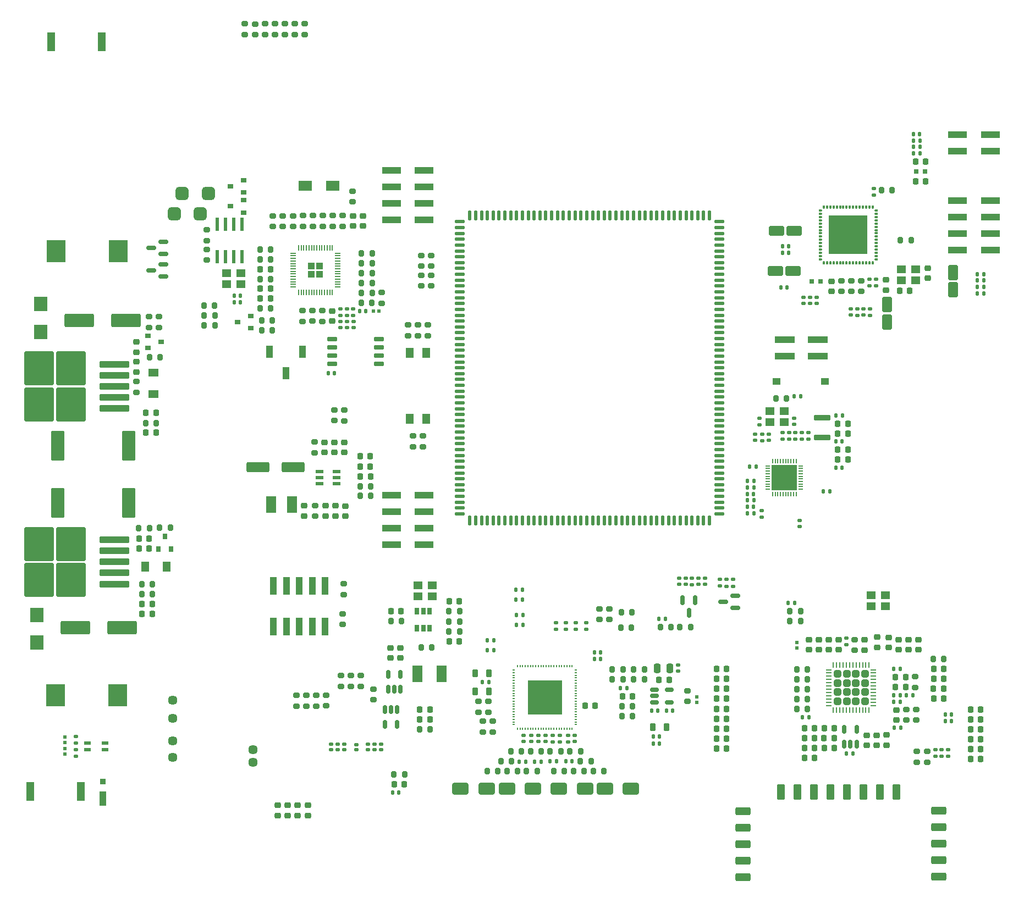
<source format=gtp>
G04 #@! TF.GenerationSoftware,KiCad,Pcbnew,8.0.0-rc1*
G04 #@! TF.CreationDate,2024-01-18T13:04:09+03:00*
G04 #@! TF.ProjectId,MXVR_3566,4d585652-5f33-4353-9636-2e6b69636164,REV1*
G04 #@! TF.SameCoordinates,Original*
G04 #@! TF.FileFunction,Paste,Top*
G04 #@! TF.FilePolarity,Positive*
%FSLAX46Y46*%
G04 Gerber Fmt 4.6, Leading zero omitted, Abs format (unit mm)*
G04 Created by KiCad (PCBNEW 8.0.0-rc1) date 2024-01-18 13:04:09*
%MOMM*%
%LPD*%
G01*
G04 APERTURE LIST*
G04 Aperture macros list*
%AMRoundRect*
0 Rectangle with rounded corners*
0 $1 Rounding radius*
0 $2 $3 $4 $5 $6 $7 $8 $9 X,Y pos of 4 corners*
0 Add a 4 corners polygon primitive as box body*
4,1,4,$2,$3,$4,$5,$6,$7,$8,$9,$2,$3,0*
0 Add four circle primitives for the rounded corners*
1,1,$1+$1,$2,$3*
1,1,$1+$1,$4,$5*
1,1,$1+$1,$6,$7*
1,1,$1+$1,$8,$9*
0 Add four rect primitives between the rounded corners*
20,1,$1+$1,$2,$3,$4,$5,0*
20,1,$1+$1,$4,$5,$6,$7,0*
20,1,$1+$1,$6,$7,$8,$9,0*
20,1,$1+$1,$8,$9,$2,$3,0*%
%AMFreePoly0*
4,1,12,-0.135000,0.225000,0.135000,0.225000,0.135000,-0.090000,0.124724,-0.141662,0.095459,-0.185459,0.051662,-0.214724,0.000000,-0.225000,-0.051662,-0.214724,-0.095459,-0.185459,-0.124724,-0.141662,-0.135000,-0.090000,-0.135000,0.225000,-0.135000,0.225000,$1*%
%AMFreePoly1*
4,1,5,3.000000,-3.000000,-3.000000,-3.000000,-3.000000,3.000000,3.000000,3.000000,3.000000,-3.000000,3.000000,-3.000000,$1*%
G04 Aperture macros list end*
%ADD10RoundRect,0.150000X-0.512500X-0.150000X0.512500X-0.150000X0.512500X0.150000X-0.512500X0.150000X0*%
%ADD11RoundRect,0.150000X-0.150000X0.512500X-0.150000X-0.512500X0.150000X-0.512500X0.150000X0.512500X0*%
%ADD12RoundRect,0.200000X0.200000X0.275000X-0.200000X0.275000X-0.200000X-0.275000X0.200000X-0.275000X0*%
%ADD13RoundRect,0.140000X0.140000X0.170000X-0.140000X0.170000X-0.140000X-0.170000X0.140000X-0.170000X0*%
%ADD14RoundRect,0.135000X-0.135000X-0.185000X0.135000X-0.185000X0.135000X0.185000X-0.135000X0.185000X0*%
%ADD15RoundRect,0.135000X0.185000X-0.135000X0.185000X0.135000X-0.185000X0.135000X-0.185000X-0.135000X0*%
%ADD16RoundRect,0.200000X-0.275000X0.200000X-0.275000X-0.200000X0.275000X-0.200000X0.275000X0.200000X0*%
%ADD17RoundRect,0.200000X0.275000X-0.200000X0.275000X0.200000X-0.275000X0.200000X-0.275000X-0.200000X0*%
%ADD18RoundRect,0.250001X-0.499999X0.924999X-0.499999X-0.924999X0.499999X-0.924999X0.499999X0.924999X0*%
%ADD19RoundRect,0.225000X-0.225000X-0.250000X0.225000X-0.250000X0.225000X0.250000X-0.225000X0.250000X0*%
%ADD20RoundRect,0.135000X0.135000X0.185000X-0.135000X0.185000X-0.135000X-0.185000X0.135000X-0.185000X0*%
%ADD21RoundRect,0.250000X-1.000000X-0.650000X1.000000X-0.650000X1.000000X0.650000X-1.000000X0.650000X0*%
%ADD22R,1.150000X1.650000*%
%ADD23RoundRect,0.140000X-0.170000X0.140000X-0.170000X-0.140000X0.170000X-0.140000X0.170000X0.140000X0*%
%ADD24RoundRect,0.250000X0.315000X-0.315000X0.315000X0.315000X-0.315000X0.315000X-0.315000X-0.315000X0*%
%ADD25RoundRect,0.062500X0.062500X-0.375000X0.062500X0.375000X-0.062500X0.375000X-0.062500X-0.375000X0*%
%ADD26RoundRect,0.062500X0.375000X-0.062500X0.375000X0.062500X-0.375000X0.062500X-0.375000X-0.062500X0*%
%ADD27R,1.300000X3.000000*%
%ADD28R,0.650000X0.700000*%
%ADD29RoundRect,0.200000X-0.200000X-0.275000X0.200000X-0.275000X0.200000X0.275000X-0.200000X0.275000X0*%
%ADD30RoundRect,0.250000X1.000000X0.650000X-1.000000X0.650000X-1.000000X-0.650000X1.000000X-0.650000X0*%
%ADD31RoundRect,0.218750X0.218750X0.256250X-0.218750X0.256250X-0.218750X-0.256250X0.218750X-0.256250X0*%
%ADD32RoundRect,0.225000X0.225000X0.250000X-0.225000X0.250000X-0.225000X-0.250000X0.225000X-0.250000X0*%
%ADD33R,1.400000X1.200000*%
%ADD34RoundRect,0.225000X-0.250000X0.225000X-0.250000X-0.225000X0.250000X-0.225000X0.250000X0.225000X0*%
%ADD35RoundRect,0.147500X-0.147500X-0.172500X0.147500X-0.172500X0.147500X0.172500X-0.147500X0.172500X0*%
%ADD36R,0.650000X1.125000*%
%ADD37RoundRect,0.140000X0.170000X-0.140000X0.170000X0.140000X-0.170000X0.140000X-0.170000X-0.140000X0*%
%ADD38RoundRect,0.225000X0.250000X-0.225000X0.250000X0.225000X-0.250000X0.225000X-0.250000X-0.225000X0*%
%ADD39R,0.900000X0.800000*%
%ADD40RoundRect,0.140000X-0.140000X-0.170000X0.140000X-0.170000X0.140000X0.170000X-0.140000X0.170000X0*%
%ADD41R,0.800000X0.900000*%
%ADD42RoundRect,0.135000X-0.185000X0.135000X-0.185000X-0.135000X0.185000X-0.135000X0.185000X0.135000X0*%
%ADD43R,0.700000X0.200000*%
%ADD44R,0.200000X0.700000*%
%ADD45R,3.950000X3.950000*%
%ADD46RoundRect,0.150000X0.587500X0.150000X-0.587500X0.150000X-0.587500X-0.150000X0.587500X-0.150000X0*%
%ADD47R,0.550000X0.600000*%
%ADD48RoundRect,0.125000X0.175000X-0.125000X0.175000X0.125000X-0.175000X0.125000X-0.175000X-0.125000X0*%
%ADD49R,0.600000X0.550000*%
%ADD50RoundRect,0.218750X-0.256250X0.218750X-0.256250X-0.218750X0.256250X-0.218750X0.256250X0.218750X0*%
%ADD51RoundRect,0.250000X-0.292217X0.292217X-0.292217X-0.292217X0.292217X-0.292217X0.292217X0.292217X0*%
%ADD52RoundRect,0.050000X-0.050000X0.387500X-0.050000X-0.387500X0.050000X-0.387500X0.050000X0.387500X0*%
%ADD53RoundRect,0.050000X-0.387500X0.050000X-0.387500X-0.050000X0.387500X-0.050000X0.387500X0.050000X0*%
%ADD54RoundRect,0.500000X-0.500000X-0.500000X0.500000X-0.500000X0.500000X0.500000X-0.500000X0.500000X0*%
%ADD55RoundRect,0.500000X0.500000X0.500000X-0.500000X0.500000X-0.500000X-0.500000X0.500000X-0.500000X0*%
%ADD56RoundRect,0.150000X0.150000X-0.512500X0.150000X0.512500X-0.150000X0.512500X-0.150000X-0.512500X0*%
%ADD57R,1.120000X2.170000*%
%ADD58R,0.850000X0.850000*%
%ADD59FreePoly0,0.000000*%
%ADD60FreePoly0,90.000000*%
%ADD61FreePoly0,180.000000*%
%ADD62FreePoly0,270.000000*%
%ADD63FreePoly1,0.000000*%
%ADD64R,3.000000X1.000000*%
%ADD65RoundRect,0.150000X-0.150000X0.587500X-0.150000X-0.587500X0.150000X-0.587500X0.150000X0.587500X0*%
%ADD66RoundRect,0.147500X0.147500X0.172500X-0.147500X0.172500X-0.147500X-0.172500X0.147500X-0.172500X0*%
%ADD67RoundRect,0.250001X0.799999X-2.049999X0.799999X2.049999X-0.799999X2.049999X-0.799999X-2.049999X0*%
%ADD68R,1.000000X2.750000*%
%ADD69RoundRect,0.250001X-1.999999X-0.799999X1.999999X-0.799999X1.999999X0.799999X-1.999999X0.799999X0*%
%ADD70RoundRect,0.041300X-0.253700X0.943700X-0.253700X-0.943700X0.253700X-0.943700X0.253700X0.943700X0*%
%ADD71R,0.180000X0.400000*%
%ADD72R,0.400000X0.180000*%
%ADD73R,5.300000X5.300000*%
%ADD74RoundRect,0.250001X-0.799999X2.049999X-0.799999X-2.049999X0.799999X-2.049999X0.799999X2.049999X0*%
%ADD75RoundRect,0.250001X0.924999X0.499999X-0.924999X0.499999X-0.924999X-0.499999X0.924999X-0.499999X0*%
%ADD76R,1.250000X1.500000*%
%ADD77RoundRect,0.218750X0.256250X-0.218750X0.256250X0.218750X-0.256250X0.218750X-0.256250X-0.218750X0*%
%ADD78RoundRect,0.250000X-1.500000X-0.550000X1.500000X-0.550000X1.500000X0.550000X-1.500000X0.550000X0*%
%ADD79RoundRect,0.250000X2.050000X0.300000X-2.050000X0.300000X-2.050000X-0.300000X2.050000X-0.300000X0*%
%ADD80RoundRect,0.250000X2.025000X2.375000X-2.025000X2.375000X-2.025000X-2.375000X2.025000X-2.375000X0*%
%ADD81RoundRect,0.180000X1.070000X-0.270000X1.070000X0.270000X-1.070000X0.270000X-1.070000X-0.270000X0*%
%ADD82RoundRect,0.218750X0.218750X0.381250X-0.218750X0.381250X-0.218750X-0.381250X0.218750X-0.381250X0*%
%ADD83R,1.050000X0.600000*%
%ADD84R,1.500000X2.500000*%
%ADD85R,3.000000X3.500000*%
%ADD86RoundRect,0.312500X0.887500X0.312500X-0.887500X0.312500X-0.887500X-0.312500X0.887500X-0.312500X0*%
%ADD87RoundRect,0.312500X-0.312500X0.887500X-0.312500X-0.887500X0.312500X-0.887500X0.312500X0.887500X0*%
%ADD88RoundRect,0.218750X-0.218750X-0.381250X0.218750X-0.381250X0.218750X0.381250X-0.218750X0.381250X0*%
%ADD89RoundRect,0.150000X0.650000X0.150000X-0.650000X0.150000X-0.650000X-0.150000X0.650000X-0.150000X0*%
%ADD90RoundRect,0.125000X-0.625000X-0.125000X0.625000X-0.125000X0.625000X0.125000X-0.625000X0.125000X0*%
%ADD91RoundRect,0.125000X0.125000X-0.625000X0.125000X0.625000X-0.125000X0.625000X-0.125000X-0.625000X0*%
%ADD92RoundRect,0.125000X0.625000X0.125000X-0.625000X0.125000X-0.625000X-0.125000X0.625000X-0.125000X0*%
%ADD93RoundRect,0.125000X-0.125000X0.625000X-0.125000X-0.625000X0.125000X-0.625000X0.125000X0.625000X0*%
%ADD94R,1.000000X1.900000*%
%ADD95R,1.200000X1.000000*%
%ADD96RoundRect,0.250000X0.250000X0.475000X-0.250000X0.475000X-0.250000X-0.475000X0.250000X-0.475000X0*%
%ADD97R,3.150000X1.000000*%
%ADD98R,1.200000X0.600000*%
%ADD99RoundRect,0.500000X-0.200000X-0.150000X0.200000X-0.150000X0.200000X0.150000X-0.200000X0.150000X0*%
%ADD100R,2.050000X2.250000*%
%ADD101R,2.120000X1.500000*%
%ADD102R,1.650000X1.150000*%
G04 APERTURE END LIST*
D10*
X147032500Y-137630000D03*
X147032500Y-138580000D03*
X147032500Y-139530000D03*
X149307500Y-139530000D03*
X149307500Y-137630000D03*
D11*
X107410000Y-140692500D03*
X106460000Y-140692500D03*
X105510000Y-140692500D03*
X105510000Y-142967500D03*
X107410000Y-142967500D03*
D12*
X112475000Y-143700000D03*
X110825000Y-143700000D03*
X103535000Y-76515000D03*
X101885000Y-76515000D03*
D13*
X83260000Y-77900000D03*
X82300000Y-77900000D03*
D14*
X169760000Y-141890000D03*
X170780000Y-141890000D03*
D15*
X170730000Y-98980000D03*
X170730000Y-97960000D03*
D13*
X83260000Y-76910000D03*
X82300000Y-76910000D03*
D16*
X93400000Y-138475000D03*
X93400000Y-140125000D03*
D17*
X89810000Y-66250000D03*
X89810000Y-64600000D03*
D14*
X147660000Y-126730000D03*
X148680000Y-126730000D03*
D18*
X182815000Y-78295000D03*
X182815000Y-80945000D03*
D13*
X138750000Y-132890000D03*
X137790000Y-132890000D03*
D19*
X156580000Y-142100000D03*
X158130000Y-142100000D03*
D20*
X184855000Y-138475000D03*
X183835000Y-138475000D03*
D16*
X98770000Y-135455000D03*
X98770000Y-137105000D03*
D17*
X91345000Y-66250000D03*
X91345000Y-64600000D03*
D16*
X97730000Y-94517500D03*
X97730000Y-96167500D03*
D12*
X72485000Y-112620000D03*
X70835000Y-112620000D03*
D19*
X68130000Y-124420000D03*
X69680000Y-124420000D03*
D21*
X132302500Y-152840000D03*
X136302500Y-152840000D03*
D12*
X142165000Y-134500000D03*
X140515000Y-134500000D03*
D17*
X99020000Y-127585000D03*
X99020000Y-125935000D03*
D22*
X68617500Y-118625000D03*
X71917500Y-118625000D03*
D23*
X169340000Y-111550000D03*
X169340000Y-112510000D03*
D16*
X112670000Y-70705000D03*
X112670000Y-72355000D03*
D24*
X175210000Y-139385000D03*
X176610000Y-139385000D03*
X178010000Y-139385000D03*
X179410000Y-139385000D03*
X175210000Y-137985000D03*
X176610000Y-137985000D03*
X178010000Y-137985000D03*
X179410000Y-137985000D03*
X175210000Y-136585000D03*
X176610000Y-136585000D03*
X178010000Y-136585000D03*
X179410000Y-136585000D03*
X175210000Y-135185000D03*
X176610000Y-135185000D03*
X178010000Y-135185000D03*
X179410000Y-135185000D03*
D25*
X174560000Y-140722500D03*
X175060000Y-140722500D03*
X175560000Y-140722500D03*
X176060000Y-140722500D03*
X176560000Y-140722500D03*
X177060000Y-140722500D03*
X177560000Y-140722500D03*
X178060000Y-140722500D03*
X178560000Y-140722500D03*
X179060000Y-140722500D03*
X179560000Y-140722500D03*
X180060000Y-140722500D03*
D26*
X180747500Y-140035000D03*
X180747500Y-139535000D03*
X180747500Y-139035000D03*
X180747500Y-138535000D03*
X180747500Y-138035000D03*
X180747500Y-137535000D03*
X180747500Y-137035000D03*
X180747500Y-136535000D03*
X180747500Y-136035000D03*
X180747500Y-135535000D03*
X180747500Y-135035000D03*
X180747500Y-134535000D03*
D25*
X180060000Y-133847500D03*
X179560000Y-133847500D03*
X179060000Y-133847500D03*
X178560000Y-133847500D03*
X178060000Y-133847500D03*
X177560000Y-133847500D03*
X177060000Y-133847500D03*
X176560000Y-133847500D03*
X176060000Y-133847500D03*
X175560000Y-133847500D03*
X175060000Y-133847500D03*
X174560000Y-133847500D03*
D26*
X173872500Y-134535000D03*
X173872500Y-135035000D03*
X173872500Y-135535000D03*
X173872500Y-136035000D03*
X173872500Y-136535000D03*
X173872500Y-137035000D03*
X173872500Y-137535000D03*
X173872500Y-138035000D03*
X173872500Y-138535000D03*
X173872500Y-139035000D03*
X173872500Y-139535000D03*
X173872500Y-140035000D03*
D19*
X68130000Y-125950000D03*
X69680000Y-125950000D03*
D27*
X50880000Y-153275000D03*
X58680000Y-153275000D03*
D28*
X171245000Y-74730000D03*
X172595000Y-74730000D03*
D29*
X111105000Y-131060000D03*
X112755000Y-131060000D03*
D30*
X128300000Y-152830000D03*
X124300000Y-152830000D03*
D15*
X57910000Y-147880000D03*
X57910000Y-146860000D03*
D14*
X161330000Y-106440000D03*
X162350000Y-106440000D03*
D17*
X88570000Y-36675000D03*
X88570000Y-35025000D03*
D23*
X128020000Y-144650000D03*
X128020000Y-145610000D03*
D17*
X91610000Y-36685000D03*
X91610000Y-35035000D03*
D31*
X137887500Y-140100000D03*
X136312500Y-140100000D03*
D32*
X87885000Y-77370000D03*
X86335000Y-77370000D03*
D18*
X192940000Y-73360000D03*
X192940000Y-76010000D03*
D19*
X156575000Y-135945000D03*
X158125000Y-135945000D03*
D23*
X190240000Y-146880000D03*
X190240000Y-147840000D03*
D33*
X166960000Y-94650000D03*
X164760000Y-94650000D03*
X164760000Y-96350000D03*
X166960000Y-96350000D03*
D12*
X133160000Y-150160000D03*
X131510000Y-150160000D03*
D15*
X169730000Y-98990000D03*
X169730000Y-97970000D03*
D14*
X121265000Y-129980000D03*
X122285000Y-129980000D03*
D34*
X189050000Y-72680000D03*
X189050000Y-74230000D03*
D29*
X101885000Y-70415000D03*
X103535000Y-70415000D03*
D20*
X197700000Y-76610000D03*
X196680000Y-76610000D03*
D12*
X137245000Y-148640000D03*
X135595000Y-148640000D03*
D17*
X112130000Y-83060000D03*
X112130000Y-81410000D03*
D35*
X133352500Y-148650000D03*
X134322500Y-148650000D03*
D32*
X70280000Y-94985000D03*
X68730000Y-94985000D03*
D36*
X112370000Y-125490000D03*
X111420000Y-125490000D03*
X110470000Y-125490000D03*
X110470000Y-128114000D03*
X111420000Y-128114000D03*
X112370000Y-128114000D03*
D14*
X125790000Y-126080000D03*
X126810000Y-126080000D03*
D37*
X162540000Y-99190000D03*
X162540000Y-98230000D03*
D32*
X171657500Y-146595000D03*
X170107500Y-146595000D03*
D13*
X162290000Y-107440000D03*
X161330000Y-107440000D03*
D23*
X134770000Y-144650000D03*
X134770000Y-145610000D03*
D38*
X179387500Y-131480000D03*
X179387500Y-129930000D03*
D39*
X83750000Y-64090000D03*
X83750000Y-62190000D03*
X81750000Y-63140000D03*
D12*
X117015000Y-128630000D03*
X115365000Y-128630000D03*
D40*
X146820000Y-144850000D03*
X147780000Y-144850000D03*
D29*
X134520000Y-150160000D03*
X136170000Y-150160000D03*
D19*
X106465000Y-125480000D03*
X108015000Y-125480000D03*
D41*
X70680000Y-115970000D03*
X72580000Y-115970000D03*
X71630000Y-113970000D03*
D12*
X103535000Y-71910000D03*
X101885000Y-71910000D03*
D19*
X101722500Y-103208750D03*
X103272500Y-103208750D03*
D32*
X171662500Y-143545000D03*
X170112500Y-143545000D03*
D40*
X174960000Y-103420000D03*
X175920000Y-103420000D03*
D19*
X173132500Y-146595000D03*
X174682500Y-146595000D03*
X67650000Y-115850000D03*
X69200000Y-115850000D03*
D13*
X167670000Y-70280000D03*
X166710000Y-70280000D03*
D17*
X112660000Y-75430000D03*
X112660000Y-73780000D03*
D12*
X103535000Y-74965000D03*
X101885000Y-74965000D03*
D16*
X109820000Y-98535000D03*
X109820000Y-100185000D03*
D42*
X176595000Y-129640000D03*
X176595000Y-130660000D03*
D38*
X173815000Y-131470000D03*
X173815000Y-129920000D03*
D16*
X95890000Y-79210000D03*
X95890000Y-80860000D03*
D19*
X156585000Y-145150000D03*
X158135000Y-145150000D03*
X190025000Y-138990000D03*
X191575000Y-138990000D03*
D17*
X95975000Y-66225000D03*
X95975000Y-64575000D03*
D43*
X164460000Y-103130000D03*
X164460000Y-103530000D03*
X164460000Y-103930000D03*
X164460000Y-104330000D03*
X164460000Y-104730000D03*
X164460000Y-105130000D03*
X164460000Y-105530000D03*
X164460000Y-105930000D03*
X164460000Y-106330000D03*
X164460000Y-106730000D03*
D44*
X165210000Y-107480000D03*
X165610000Y-107480000D03*
X166010000Y-107480000D03*
X166410000Y-107480000D03*
X166810000Y-107480000D03*
X167210000Y-107480000D03*
X167610000Y-107480000D03*
X168010000Y-107480000D03*
X168410000Y-107480000D03*
X168810000Y-107480000D03*
D43*
X169560000Y-106730000D03*
X169560000Y-106330000D03*
X169560000Y-105930000D03*
X169560000Y-105530000D03*
X169560000Y-105130000D03*
X169560000Y-104730000D03*
X169560000Y-104330000D03*
X169560000Y-103930000D03*
X169560000Y-103530000D03*
X169560000Y-103130000D03*
D44*
X168810000Y-102380000D03*
X168410000Y-102380000D03*
X168010000Y-102380000D03*
X167610000Y-102380000D03*
X167210000Y-102380000D03*
X166810000Y-102380000D03*
X166410000Y-102380000D03*
X166010000Y-102380000D03*
X165610000Y-102380000D03*
X165210000Y-102380000D03*
D45*
X167010000Y-104930000D03*
D19*
X156570000Y-137485000D03*
X158120000Y-137485000D03*
D29*
X167850000Y-127065000D03*
X169500000Y-127065000D03*
D40*
X186890000Y-52010000D03*
X187850000Y-52010000D03*
D16*
X100300000Y-135455000D03*
X100300000Y-137105000D03*
D34*
X100575000Y-64640000D03*
X100575000Y-66190000D03*
D29*
X106415000Y-127000000D03*
X108065000Y-127000000D03*
D23*
X181120000Y-74400000D03*
X181120000Y-75360000D03*
D13*
X167670000Y-69300000D03*
X166710000Y-69300000D03*
D12*
X79335000Y-79990000D03*
X77685000Y-79990000D03*
D46*
X71405000Y-73975000D03*
X71405000Y-72075000D03*
X69530000Y-73025000D03*
D17*
X85520000Y-36695000D03*
X85520000Y-35045000D03*
D16*
X120580000Y-142455000D03*
X120580000Y-144105000D03*
D13*
X121490000Y-136470000D03*
X120530000Y-136470000D03*
D16*
X70720000Y-80145000D03*
X70720000Y-81795000D03*
D13*
X162260000Y-109420000D03*
X161300000Y-109420000D03*
D23*
X180140000Y-74400000D03*
X180140000Y-75360000D03*
D47*
X104567500Y-79300000D03*
X103717500Y-79300000D03*
D23*
X178230000Y-78960000D03*
X178230000Y-79920000D03*
D17*
X67240000Y-91795000D03*
X67240000Y-90145000D03*
D48*
X101100000Y-146860000D03*
X101100000Y-146060000D03*
D23*
X98695000Y-80860000D03*
X98695000Y-81820000D03*
D49*
X168952500Y-130325000D03*
X168952500Y-131175000D03*
D14*
X121265000Y-131510000D03*
X122285000Y-131510000D03*
D38*
X106397500Y-132740000D03*
X106397500Y-131190000D03*
X67230000Y-88660000D03*
X67230000Y-87110000D03*
D17*
X122100000Y-144105000D03*
X122100000Y-142455000D03*
D15*
X157110000Y-121650000D03*
X157110000Y-120630000D03*
D19*
X101735000Y-104738750D03*
X103285000Y-104738750D03*
D16*
X177867500Y-129885000D03*
X177867500Y-131535000D03*
D15*
X159120000Y-121660000D03*
X159120000Y-120640000D03*
D50*
X182720000Y-144592500D03*
X182720000Y-146167500D03*
D49*
X56270000Y-144882500D03*
X56270000Y-145732500D03*
D16*
X110590000Y-81410000D03*
X110590000Y-83060000D03*
D23*
X169970000Y-77150000D03*
X169970000Y-78110000D03*
D29*
X86525000Y-82240000D03*
X88175000Y-82240000D03*
D51*
X95457500Y-72322500D03*
X94182500Y-72322500D03*
X95457500Y-73597500D03*
X94182500Y-73597500D03*
D52*
X97420000Y-69522500D03*
X97020000Y-69522500D03*
X96620000Y-69522500D03*
X96220000Y-69522500D03*
X95820000Y-69522500D03*
X95420000Y-69522500D03*
X95020000Y-69522500D03*
X94620000Y-69522500D03*
X94220000Y-69522500D03*
X93820000Y-69522500D03*
X93420000Y-69522500D03*
X93020000Y-69522500D03*
X92620000Y-69522500D03*
X92220000Y-69522500D03*
D53*
X91382500Y-70360000D03*
X91382500Y-70760000D03*
X91382500Y-71160000D03*
X91382500Y-71560000D03*
X91382500Y-71960000D03*
X91382500Y-72360000D03*
X91382500Y-72760000D03*
X91382500Y-73160000D03*
X91382500Y-73560000D03*
X91382500Y-73960000D03*
X91382500Y-74360000D03*
X91382500Y-74760000D03*
X91382500Y-75160000D03*
X91382500Y-75560000D03*
D52*
X92220000Y-76397500D03*
X92620000Y-76397500D03*
X93020000Y-76397500D03*
X93420000Y-76397500D03*
X93820000Y-76397500D03*
X94220000Y-76397500D03*
X94620000Y-76397500D03*
X95020000Y-76397500D03*
X95420000Y-76397500D03*
X95820000Y-76397500D03*
X96220000Y-76397500D03*
X96620000Y-76397500D03*
X97020000Y-76397500D03*
X97420000Y-76397500D03*
D53*
X98257500Y-75560000D03*
X98257500Y-75160000D03*
X98257500Y-74760000D03*
X98257500Y-74360000D03*
X98257500Y-73960000D03*
X98257500Y-73560000D03*
X98257500Y-73160000D03*
X98257500Y-72760000D03*
X98257500Y-72360000D03*
X98257500Y-71960000D03*
X98257500Y-71560000D03*
X98257500Y-71160000D03*
X98257500Y-70760000D03*
X98257500Y-70360000D03*
D16*
X78060000Y-69795000D03*
X78060000Y-71445000D03*
D37*
X150620000Y-134740000D03*
X150620000Y-133780000D03*
D19*
X195660000Y-142170000D03*
X197210000Y-142170000D03*
X156575000Y-146660000D03*
X158125000Y-146660000D03*
D15*
X152800000Y-121420000D03*
X152800000Y-120400000D03*
D40*
X146560000Y-140800000D03*
X147520000Y-140800000D03*
D54*
X77084290Y-64290000D03*
D55*
X73084290Y-64290000D03*
D56*
X106030000Y-137507500D03*
X106980000Y-137507500D03*
X107930000Y-137507500D03*
X107930000Y-135232500D03*
X106030000Y-135232500D03*
D20*
X197690000Y-73580000D03*
X196670000Y-73580000D03*
D12*
X87935000Y-78900000D03*
X86285000Y-78900000D03*
D57*
X62080000Y-154400000D03*
D58*
X62080000Y-151720000D03*
D38*
X181330000Y-131075000D03*
X181330000Y-129525000D03*
D50*
X182670000Y-74492500D03*
X182670000Y-76067500D03*
D37*
X153810000Y-121380000D03*
X153810000Y-120420000D03*
D29*
X101865000Y-78035000D03*
X103515000Y-78035000D03*
X189925000Y-132860000D03*
X191575000Y-132860000D03*
D17*
X90090000Y-36685000D03*
X90090000Y-35035000D03*
D37*
X164600000Y-99210000D03*
X164600000Y-98250000D03*
D12*
X87935000Y-74340000D03*
X86285000Y-74340000D03*
D23*
X130240000Y-144650000D03*
X130240000Y-145610000D03*
D48*
X102890000Y-146820000D03*
X102890000Y-146020000D03*
D59*
X180590000Y-63300000D03*
X180090000Y-63300000D03*
X179590000Y-63300000D03*
X179090000Y-63300000D03*
X178590000Y-63300000D03*
X178090000Y-63300000D03*
X177590000Y-63300000D03*
X177090000Y-63300000D03*
X176590000Y-63300000D03*
X176090000Y-63300000D03*
X175590000Y-63300000D03*
X175090000Y-63300000D03*
X174590000Y-63300000D03*
X174090000Y-63300000D03*
X173590000Y-63300000D03*
X173090000Y-63300000D03*
D60*
X172590000Y-63800000D03*
X172590000Y-64300000D03*
X172590000Y-64800000D03*
X172590000Y-65300000D03*
X172590000Y-65800000D03*
X172590000Y-66300000D03*
X172590000Y-66800000D03*
X172590000Y-67300000D03*
X172590000Y-67800000D03*
X172590000Y-68300000D03*
X172590000Y-68800000D03*
X172590000Y-69300000D03*
X172590000Y-69800000D03*
X172590000Y-70300000D03*
X172590000Y-70800000D03*
X172590000Y-71300000D03*
D61*
X173090000Y-71800000D03*
X173590000Y-71800000D03*
X174090000Y-71800000D03*
X174590000Y-71800000D03*
X175090000Y-71800000D03*
X175590000Y-71800000D03*
X176090000Y-71800000D03*
X176590000Y-71800000D03*
X177090000Y-71800000D03*
X177590000Y-71800000D03*
X178090000Y-71800000D03*
X178590000Y-71800000D03*
X179090000Y-71800000D03*
X179590000Y-71800000D03*
X180090000Y-71800000D03*
X180590000Y-71800000D03*
D62*
X181090000Y-71300000D03*
X181090000Y-70800000D03*
X181090000Y-70300000D03*
X181090000Y-69800000D03*
X181090000Y-69300000D03*
X181090000Y-68800000D03*
X181090000Y-68300000D03*
X181090000Y-67800000D03*
X181090000Y-67300000D03*
X181090000Y-66800000D03*
X181090000Y-66300000D03*
X181090000Y-65800000D03*
X181090000Y-65300000D03*
X181090000Y-64800000D03*
X181090000Y-64300000D03*
X181090000Y-63800000D03*
D63*
X176840000Y-67550000D03*
D31*
X149287500Y-136080000D03*
X147712500Y-136080000D03*
D64*
X106520000Y-107620000D03*
X111560000Y-107620000D03*
X106520000Y-110160000D03*
X111560000Y-110160000D03*
X106520000Y-112700000D03*
X111560000Y-112700000D03*
X106520000Y-115240000D03*
X111560000Y-115240000D03*
D38*
X93640000Y-156965000D03*
X93640000Y-155415000D03*
D16*
X152100000Y-137765000D03*
X152100000Y-139415000D03*
D14*
X161280000Y-108430000D03*
X162300000Y-108430000D03*
D17*
X111350000Y-100185000D03*
X111350000Y-98535000D03*
D42*
X57920000Y-144780000D03*
X57920000Y-145800000D03*
D38*
X183100000Y-131125000D03*
X183100000Y-129575000D03*
D33*
X112770000Y-121550000D03*
X110570000Y-121550000D03*
X110570000Y-123250000D03*
X112770000Y-123250000D03*
D35*
X128590000Y-148670000D03*
X129560000Y-148670000D03*
D29*
X167850000Y-125505000D03*
X169500000Y-125505000D03*
D16*
X121420000Y-139430000D03*
X121420000Y-141080000D03*
D65*
X153260000Y-123850000D03*
X151360000Y-123850000D03*
X152310000Y-125725000D03*
D34*
X174240000Y-74670000D03*
X174240000Y-76220000D03*
D16*
X92820000Y-79200000D03*
X92820000Y-80850000D03*
D34*
X97880000Y-109273750D03*
X97880000Y-110823750D03*
D19*
X156575000Y-143630000D03*
X158125000Y-143630000D03*
D12*
X145450000Y-134500000D03*
X143800000Y-134500000D03*
D37*
X163220000Y-96780000D03*
X163220000Y-95820000D03*
D66*
X127160000Y-148670000D03*
X126190000Y-148670000D03*
D67*
X66060000Y-108800000D03*
X66060000Y-100000000D03*
D32*
X143610000Y-138610000D03*
X142060000Y-138610000D03*
D19*
X173127500Y-145055000D03*
X174677500Y-145055000D03*
D23*
X180770000Y-60440000D03*
X180770000Y-61400000D03*
D38*
X99245000Y-101055000D03*
X99245000Y-99505000D03*
D16*
X109050000Y-81410000D03*
X109050000Y-83060000D03*
D68*
X88330000Y-121605000D03*
X88330000Y-127855000D03*
X90330000Y-121605000D03*
X90330000Y-127855000D03*
X92330000Y-121605000D03*
X92330000Y-127855000D03*
X94330000Y-121605000D03*
X94330000Y-127855000D03*
X96330000Y-121605000D03*
X96330000Y-127855000D03*
D69*
X58420000Y-80745000D03*
X65620000Y-80745000D03*
D40*
X174960000Y-99380000D03*
X175920000Y-99380000D03*
D19*
X190010000Y-135920000D03*
X191560000Y-135920000D03*
D17*
X94792500Y-110878750D03*
X94792500Y-109228750D03*
D38*
X175330000Y-131470000D03*
X175330000Y-129920000D03*
D34*
X184230000Y-140715000D03*
X184230000Y-142265000D03*
D19*
X101725000Y-101653750D03*
X103275000Y-101653750D03*
D17*
X175780000Y-76265000D03*
X175780000Y-74615000D03*
D23*
X179210000Y-78950000D03*
X179210000Y-79910000D03*
D29*
X127310000Y-150190000D03*
X128960000Y-150190000D03*
D19*
X106975000Y-152210000D03*
X108525000Y-152210000D03*
D49*
X153520000Y-139600000D03*
X153520000Y-138750000D03*
D69*
X57820000Y-128050000D03*
X65020000Y-128050000D03*
D70*
X83520000Y-65930000D03*
X82250000Y-65930000D03*
X80980000Y-65930000D03*
X79710000Y-65930000D03*
X79710000Y-70880000D03*
X80980000Y-70880000D03*
X82250000Y-70880000D03*
X83520000Y-70880000D03*
D12*
X129575000Y-147120000D03*
X127925000Y-147120000D03*
D21*
X117150000Y-152830000D03*
X121150000Y-152830000D03*
D38*
X179680000Y-146165000D03*
X179680000Y-144615000D03*
D48*
X103920000Y-146820000D03*
X103920000Y-146020000D03*
D16*
X138500000Y-125165000D03*
X138500000Y-126815000D03*
D17*
X94445000Y-66242500D03*
X94445000Y-64592500D03*
D48*
X98250000Y-146830000D03*
X98250000Y-146030000D03*
D23*
X180210000Y-78960000D03*
X180210000Y-79920000D03*
D29*
X67605000Y-112720000D03*
X69255000Y-112720000D03*
D14*
X196670000Y-75590000D03*
X197690000Y-75590000D03*
D29*
X184865000Y-68350000D03*
X186515000Y-68350000D03*
D19*
X110875000Y-140650000D03*
X112425000Y-140650000D03*
D23*
X171950000Y-77140000D03*
X171950000Y-78100000D03*
D71*
X125930000Y-143590000D03*
X126330000Y-143590000D03*
X126730000Y-143590000D03*
X127130000Y-143590000D03*
X127530000Y-143590000D03*
X127930000Y-143590000D03*
X128330000Y-143590000D03*
X128730000Y-143590000D03*
X129130000Y-143590000D03*
X129530000Y-143590000D03*
X129930000Y-143590000D03*
X130330000Y-143590000D03*
X130730000Y-143590000D03*
X131130000Y-143590000D03*
X131530000Y-143590000D03*
X131930000Y-143590000D03*
X132330000Y-143590000D03*
X132730000Y-143590000D03*
X133130000Y-143590000D03*
X133530000Y-143590000D03*
X133930000Y-143590000D03*
X134330000Y-143590000D03*
D72*
X134930000Y-142990000D03*
X134930000Y-142590000D03*
X134930000Y-142190000D03*
X134930000Y-141790000D03*
X134930000Y-141390000D03*
X134930000Y-140990000D03*
X134930000Y-140590000D03*
X134930000Y-140190000D03*
X134930000Y-139790000D03*
X134930000Y-139390000D03*
X134930000Y-138990000D03*
X134930000Y-138590000D03*
X134930000Y-138190000D03*
X134930000Y-137790000D03*
X134930000Y-137390000D03*
X134930000Y-136990000D03*
X134930000Y-136590000D03*
X134930000Y-136190000D03*
X134930000Y-135790000D03*
X134930000Y-135390000D03*
X134930000Y-134990000D03*
X134930000Y-134590000D03*
D71*
X134330000Y-133990000D03*
X133930000Y-133990000D03*
X133530000Y-133990000D03*
X133130000Y-133990000D03*
X132730000Y-133990000D03*
X132330000Y-133990000D03*
X131930000Y-133990000D03*
X131530000Y-133990000D03*
X131130000Y-133990000D03*
X130730000Y-133990000D03*
X130330000Y-133990000D03*
X129930000Y-133990000D03*
X129530000Y-133990000D03*
X129130000Y-133990000D03*
X128730000Y-133990000D03*
X128330000Y-133990000D03*
X127930000Y-133990000D03*
X127530000Y-133990000D03*
X127130000Y-133990000D03*
X126730000Y-133990000D03*
X126330000Y-133990000D03*
X125930000Y-133990000D03*
D72*
X125330000Y-134590000D03*
X125330000Y-134990000D03*
X125330000Y-135390000D03*
X125330000Y-135790000D03*
X125330000Y-136190000D03*
X125330000Y-136590000D03*
X125330000Y-136990000D03*
X125330000Y-137390000D03*
X125330000Y-137790000D03*
X125330000Y-138190000D03*
X125330000Y-138590000D03*
X125330000Y-138990000D03*
X125330000Y-139390000D03*
X125330000Y-139790000D03*
X125330000Y-140190000D03*
X125330000Y-140590000D03*
X125330000Y-140990000D03*
X125330000Y-141390000D03*
X125330000Y-141790000D03*
X125330000Y-142190000D03*
X125330000Y-142590000D03*
X125330000Y-142990000D03*
D73*
X130130000Y-138790000D03*
D38*
X186155000Y-131435000D03*
X186155000Y-129885000D03*
D28*
X188655000Y-57760000D03*
X187305000Y-57760000D03*
D12*
X142175000Y-136030000D03*
X140525000Y-136030000D03*
D74*
X55110000Y-100000000D03*
X55110000Y-108800000D03*
D37*
X98690000Y-79945000D03*
X98690000Y-78985000D03*
D13*
X167420000Y-75620000D03*
X166460000Y-75620000D03*
D40*
X191780000Y-142450000D03*
X192740000Y-142450000D03*
D38*
X187675000Y-131440000D03*
X187675000Y-129890000D03*
D75*
X168495000Y-66880000D03*
X165845000Y-66880000D03*
D42*
X131860000Y-127280000D03*
X131860000Y-128300000D03*
D13*
X162310000Y-105440000D03*
X161350000Y-105440000D03*
D76*
X109370000Y-95865000D03*
X111910000Y-95865000D03*
X111910000Y-85705000D03*
X109370000Y-85705000D03*
D33*
X180390000Y-124790000D03*
X182590000Y-124790000D03*
X182590000Y-123090000D03*
X180390000Y-123090000D03*
D42*
X166700000Y-97977500D03*
X166700000Y-98997500D03*
D23*
X100665000Y-80855000D03*
X100665000Y-81815000D03*
D38*
X99432500Y-110853750D03*
X99432500Y-109303750D03*
D19*
X184127500Y-135685000D03*
X185677500Y-135685000D03*
D32*
X171652500Y-145065000D03*
X170102500Y-145065000D03*
D37*
X154810000Y-121390000D03*
X154810000Y-120430000D03*
D77*
X172295000Y-131467500D03*
X172295000Y-129892500D03*
D29*
X101685000Y-107768750D03*
X103335000Y-107768750D03*
D23*
X132450000Y-144660000D03*
X132450000Y-145620000D03*
D12*
X103535000Y-73430000D03*
X101885000Y-73430000D03*
D19*
X189975000Y-137440000D03*
X191525000Y-137440000D03*
X195660000Y-145250000D03*
X197210000Y-145250000D03*
D29*
X137585000Y-150170000D03*
X139235000Y-150170000D03*
D14*
X167600000Y-124250000D03*
X168620000Y-124250000D03*
X185767500Y-138475000D03*
X186787500Y-138475000D03*
D16*
X100500000Y-60785000D03*
X100500000Y-62435000D03*
D12*
X170552500Y-134515000D03*
X168902500Y-134515000D03*
D32*
X70275000Y-98030000D03*
X68725000Y-98030000D03*
D12*
X79345000Y-81520000D03*
X77695000Y-81520000D03*
D78*
X86000000Y-103348750D03*
X91400000Y-103348750D03*
D12*
X132610000Y-147120000D03*
X130960000Y-147120000D03*
D40*
X106695000Y-153470000D03*
X107655000Y-153470000D03*
D14*
X176590000Y-147420000D03*
X177610000Y-147420000D03*
D16*
X187420000Y-147115000D03*
X187420000Y-148765000D03*
D17*
X83970000Y-36675000D03*
X83970000Y-35025000D03*
D79*
X63867500Y-121320000D03*
X63867500Y-119620000D03*
X63867500Y-117920000D03*
D80*
X57142500Y-120695000D03*
X57142500Y-115145000D03*
X52292500Y-120695000D03*
X52292500Y-115145000D03*
D79*
X63867500Y-116220000D03*
X63867500Y-114520000D03*
D32*
X69200000Y-114310000D03*
X67650000Y-114310000D03*
D19*
X156550000Y-140560000D03*
X158100000Y-140560000D03*
D37*
X99665000Y-79940000D03*
X99665000Y-78980000D03*
D19*
X115435000Y-130150000D03*
X116985000Y-130150000D03*
D16*
X99035000Y-64585000D03*
X99035000Y-66235000D03*
X140030000Y-125155000D03*
X140030000Y-126805000D03*
X94700000Y-99465000D03*
X94700000Y-101115000D03*
D81*
X172840000Y-98790000D03*
X172840000Y-95690000D03*
D40*
X174965000Y-95350000D03*
X175925000Y-95350000D03*
D34*
X96340000Y-109278750D03*
X96340000Y-110828750D03*
D17*
X93150000Y-36685000D03*
X93150000Y-35035000D03*
D29*
X181965000Y-60690000D03*
X183615000Y-60690000D03*
D34*
X67255000Y-84055000D03*
X67255000Y-85605000D03*
D13*
X97730000Y-88840000D03*
X96770000Y-88840000D03*
D12*
X143545000Y-125720000D03*
X141895000Y-125720000D03*
D29*
X150920000Y-127990000D03*
X152570000Y-127990000D03*
D19*
X195680000Y-148320000D03*
X197230000Y-148320000D03*
D15*
X163510000Y-111060000D03*
X163510000Y-110040000D03*
D19*
X187205000Y-56230000D03*
X188755000Y-56230000D03*
D82*
X148892500Y-143400000D03*
X146767500Y-143400000D03*
D19*
X173142500Y-143525000D03*
X174692500Y-143525000D03*
D42*
X158110000Y-120640000D03*
X158110000Y-121660000D03*
D32*
X176775000Y-98130000D03*
X175225000Y-98130000D03*
D20*
X184950000Y-143500000D03*
X183930000Y-143500000D03*
D48*
X104950000Y-146810000D03*
X104950000Y-146010000D03*
D64*
X193660000Y-52070000D03*
X198700000Y-52070000D03*
X193660000Y-54610000D03*
X198700000Y-54610000D03*
D37*
X100645000Y-79940000D03*
X100645000Y-78980000D03*
D39*
X83735000Y-61020000D03*
X83735000Y-59120000D03*
X81735000Y-60070000D03*
D13*
X142745000Y-137330000D03*
X141785000Y-137330000D03*
D19*
X86335000Y-75850000D03*
X87885000Y-75850000D03*
X156575000Y-134410000D03*
X158125000Y-134410000D03*
D83*
X62395000Y-145830000D03*
X59745000Y-145830000D03*
X59745000Y-146830000D03*
X62395000Y-146830000D03*
D38*
X181200000Y-146165000D03*
X181200000Y-144615000D03*
D54*
X78314290Y-61190000D03*
D55*
X74314290Y-61190000D03*
D19*
X190005000Y-134390000D03*
X191555000Y-134390000D03*
D42*
X191240000Y-146870000D03*
X191240000Y-147890000D03*
D17*
X178870000Y-76270000D03*
X178870000Y-74620000D03*
D84*
X110533265Y-135160000D03*
X114233265Y-135160000D03*
D19*
X175240000Y-102160000D03*
X176790000Y-102160000D03*
D29*
X68675000Y-96515000D03*
X70325000Y-96515000D03*
D19*
X115425000Y-124010000D03*
X116975000Y-124010000D03*
D42*
X167710000Y-97967500D03*
X167710000Y-98987500D03*
D16*
X187177500Y-135620000D03*
X187177500Y-137270000D03*
D56*
X176237500Y-145970000D03*
X177187500Y-145970000D03*
X178137500Y-145970000D03*
X178137500Y-143695000D03*
X176237500Y-143695000D03*
D19*
X175230000Y-96610000D03*
X176780000Y-96610000D03*
D85*
X64490000Y-70090000D03*
X54890000Y-70090000D03*
D23*
X177250000Y-78950000D03*
X177250000Y-79910000D03*
D19*
X175240000Y-100640000D03*
X176790000Y-100640000D03*
D12*
X103325000Y-106258750D03*
X101675000Y-106258750D03*
X126545000Y-147120000D03*
X124895000Y-147120000D03*
D86*
X190802900Y-166415000D03*
X190802900Y-163875000D03*
X190802900Y-161335000D03*
X190802900Y-158795000D03*
X190802900Y-156255000D03*
D87*
X184300000Y-153365944D03*
X181760000Y-153365944D03*
X179220000Y-153365944D03*
X176680000Y-153365944D03*
X174140000Y-153340944D03*
X171600000Y-153340944D03*
X169060000Y-153365944D03*
X166520000Y-153390944D03*
D86*
X160642900Y-156370000D03*
X160642900Y-158910000D03*
X160642900Y-161450000D03*
X160642900Y-163990000D03*
X160642900Y-166530000D03*
D12*
X117015000Y-127080000D03*
X115365000Y-127080000D03*
D29*
X86275000Y-71310000D03*
X87925000Y-71310000D03*
D16*
X111130000Y-70705000D03*
X111130000Y-72355000D03*
D17*
X97505000Y-66225000D03*
X97505000Y-64575000D03*
D88*
X119370000Y-135105000D03*
X121495000Y-135105000D03*
D12*
X117025000Y-125550000D03*
X115375000Y-125550000D03*
D38*
X97755000Y-101065000D03*
X97755000Y-99515000D03*
D19*
X195665000Y-146790000D03*
X197215000Y-146790000D03*
D20*
X184865000Y-139470000D03*
X183845000Y-139470000D03*
D89*
X104590000Y-87370000D03*
X104590000Y-86100000D03*
X104590000Y-84830000D03*
X104590000Y-83560000D03*
X97390000Y-83560000D03*
X97390000Y-84830000D03*
X97390000Y-86100000D03*
X97390000Y-87370000D03*
D12*
X145460000Y-136040000D03*
X143810000Y-136040000D03*
D77*
X93107500Y-110841250D03*
X93107500Y-109266250D03*
D12*
X143660000Y-140170000D03*
X142010000Y-140170000D03*
D64*
X106520000Y-57590000D03*
X111560000Y-57590000D03*
X106520000Y-60130000D03*
X111560000Y-60130000D03*
X106520000Y-62670000D03*
X111560000Y-62670000D03*
X106520000Y-65210000D03*
X111560000Y-65210000D03*
D50*
X92100000Y-155402500D03*
X92100000Y-156977500D03*
D12*
X70895000Y-86380000D03*
X69245000Y-86380000D03*
X170552500Y-136035000D03*
X168902500Y-136035000D03*
D33*
X187235000Y-72820000D03*
X185035000Y-72820000D03*
X185035000Y-74520000D03*
X187235000Y-74520000D03*
D14*
X125790000Y-127610000D03*
X126810000Y-127610000D03*
D23*
X170970000Y-77140000D03*
X170970000Y-78100000D03*
D16*
X101830000Y-135455000D03*
X101830000Y-137105000D03*
D12*
X88190000Y-80690000D03*
X86540000Y-80690000D03*
D13*
X162650000Y-103220000D03*
X161690000Y-103220000D03*
D12*
X149550000Y-127990000D03*
X147900000Y-127990000D03*
D84*
X91250000Y-109103750D03*
X88000000Y-109103750D03*
D29*
X165690000Y-92720000D03*
X167340000Y-92720000D03*
D90*
X117035000Y-65520000D03*
X117035000Y-66420000D03*
X117035000Y-67320000D03*
X117035000Y-68220000D03*
X117035000Y-69120000D03*
X117035000Y-70020000D03*
X117035000Y-70920000D03*
X117035000Y-71820000D03*
X117035000Y-72720000D03*
X117035000Y-73620000D03*
X117035000Y-74520000D03*
X117035000Y-75420000D03*
X117035000Y-76320000D03*
X117035000Y-77220000D03*
X117035000Y-78120000D03*
X117035000Y-79020000D03*
X117035000Y-79920000D03*
X117035000Y-80820000D03*
X117035000Y-81720000D03*
X117035000Y-82620000D03*
X117035000Y-83520000D03*
X117035000Y-84420000D03*
X117035000Y-85320000D03*
X117035000Y-86220000D03*
X117035000Y-87120000D03*
X117035000Y-88020000D03*
X117035000Y-88920000D03*
X117035000Y-89820000D03*
X117035000Y-90720000D03*
X117035000Y-91620000D03*
X117035000Y-92520000D03*
X117035000Y-93420000D03*
X117035000Y-94320000D03*
X117035000Y-95220000D03*
X117035000Y-96120000D03*
X117035000Y-97020000D03*
X117035000Y-97920000D03*
X117035000Y-98820000D03*
X117035000Y-99720000D03*
X117035000Y-100620000D03*
X117035000Y-101520000D03*
X117035000Y-102420000D03*
X117035000Y-103320000D03*
X117035000Y-104220000D03*
X117035000Y-105120000D03*
X117035000Y-106020000D03*
X117035000Y-106920000D03*
X117035000Y-107820000D03*
X117035000Y-108720000D03*
X117035000Y-109620000D03*
X117035000Y-110520000D03*
D91*
X118585000Y-111520000D03*
X119485000Y-111520000D03*
X120385000Y-111520000D03*
X121285000Y-111520000D03*
X122185000Y-111520000D03*
X123085000Y-111520000D03*
X123985000Y-111520000D03*
X124885000Y-111520000D03*
X125785000Y-111520000D03*
X126685000Y-111520000D03*
X127585000Y-111520000D03*
X128485000Y-111520000D03*
X129385000Y-111520000D03*
X130285000Y-111520000D03*
X131185000Y-111520000D03*
X132085000Y-111520000D03*
X132985000Y-111520000D03*
X133885000Y-111520000D03*
X134785000Y-111520000D03*
X135685000Y-111520000D03*
X136585000Y-111520000D03*
X137485000Y-111520000D03*
X138385000Y-111520000D03*
X139285000Y-111520000D03*
X140185000Y-111520000D03*
X141085000Y-111520000D03*
X141985000Y-111520000D03*
X142885000Y-111520000D03*
X143785000Y-111520000D03*
X144685000Y-111520000D03*
X145585000Y-111520000D03*
X146485000Y-111520000D03*
X147385000Y-111520000D03*
X148285000Y-111520000D03*
X149185000Y-111520000D03*
X150085000Y-111520000D03*
X150985000Y-111520000D03*
X151885000Y-111520000D03*
X152785000Y-111520000D03*
X153685000Y-111520000D03*
X154585000Y-111520000D03*
X155485000Y-111520000D03*
D92*
X157035000Y-110520000D03*
X157035000Y-109620000D03*
X157035000Y-108720000D03*
X157035000Y-107820000D03*
X157035000Y-106920000D03*
X157035000Y-106020000D03*
X157035000Y-105120000D03*
X157035000Y-104220000D03*
X157035000Y-103320000D03*
X157035000Y-102420000D03*
X157035000Y-101520000D03*
X157035000Y-100620000D03*
X157035000Y-99720000D03*
X157035000Y-98820000D03*
X157035000Y-97920000D03*
X157035000Y-97020000D03*
X157035000Y-96120000D03*
X157035000Y-95220000D03*
X157035000Y-94320000D03*
X157035000Y-93420000D03*
X157035000Y-92520000D03*
X157035000Y-91620000D03*
X157035000Y-90720000D03*
X157035000Y-89820000D03*
X157035000Y-88920000D03*
X157035000Y-88020000D03*
X157035000Y-87120000D03*
X157035000Y-86220000D03*
X157035000Y-85320000D03*
X157035000Y-84420000D03*
X157035000Y-83520000D03*
X157035000Y-82620000D03*
X157035000Y-81720000D03*
X157035000Y-80820000D03*
X157035000Y-79920000D03*
X157035000Y-79020000D03*
X157035000Y-78120000D03*
X157035000Y-77220000D03*
X157035000Y-76320000D03*
X157035000Y-75420000D03*
X157035000Y-74520000D03*
X157035000Y-73620000D03*
X157035000Y-72720000D03*
X157035000Y-71820000D03*
X157035000Y-70920000D03*
X157035000Y-70020000D03*
X157035000Y-69120000D03*
X157035000Y-68220000D03*
X157035000Y-67320000D03*
X157035000Y-66420000D03*
X157035000Y-65520000D03*
D93*
X155485000Y-64520000D03*
X154585000Y-64520000D03*
X153685000Y-64520000D03*
X152785000Y-64520000D03*
X151885000Y-64520000D03*
X150985000Y-64520000D03*
X150085000Y-64520000D03*
X149185000Y-64520000D03*
X148285000Y-64520000D03*
X147385000Y-64520000D03*
X146485000Y-64520000D03*
X145585000Y-64520000D03*
X144685000Y-64520000D03*
X143785000Y-64520000D03*
X142885000Y-64520000D03*
X141985000Y-64520000D03*
X141085000Y-64520000D03*
X140185000Y-64520000D03*
X139285000Y-64520000D03*
X138385000Y-64520000D03*
X137485000Y-64520000D03*
X136585000Y-64520000D03*
X135685000Y-64520000D03*
X134785000Y-64520000D03*
X133885000Y-64520000D03*
X132985000Y-64520000D03*
X132085000Y-64520000D03*
X131185000Y-64520000D03*
X130285000Y-64520000D03*
X129385000Y-64520000D03*
X128485000Y-64520000D03*
X127585000Y-64520000D03*
X126685000Y-64520000D03*
X125785000Y-64520000D03*
X124885000Y-64520000D03*
X123985000Y-64520000D03*
X123085000Y-64520000D03*
X122185000Y-64520000D03*
X121285000Y-64520000D03*
X120385000Y-64520000D03*
X119485000Y-64520000D03*
X118585000Y-64520000D03*
D79*
X63860000Y-94290000D03*
X63860000Y-92590000D03*
X63860000Y-90890000D03*
D80*
X57135000Y-93665000D03*
X57135000Y-88115000D03*
X52285000Y-93665000D03*
X52285000Y-88115000D03*
D79*
X63860000Y-89190000D03*
X63860000Y-87490000D03*
D42*
X136470000Y-127270000D03*
X136470000Y-128290000D03*
D16*
X187280000Y-140665000D03*
X187280000Y-142315000D03*
D29*
X106915000Y-150680000D03*
X108565000Y-150680000D03*
D38*
X89040000Y-156975000D03*
X89040000Y-155425000D03*
D23*
X126880000Y-144640000D03*
X126880000Y-145600000D03*
D12*
X135630000Y-147120000D03*
X133980000Y-147120000D03*
X125930000Y-150190000D03*
X124280000Y-150190000D03*
D17*
X94370000Y-80845000D03*
X94370000Y-79195000D03*
D94*
X92800000Y-85560000D03*
X90260000Y-88860000D03*
X87720000Y-85560000D03*
D19*
X110875000Y-142160000D03*
X112425000Y-142160000D03*
D17*
X185750000Y-142315000D03*
X185750000Y-140665000D03*
D32*
X87875000Y-72820000D03*
X86325000Y-72820000D03*
D17*
X99250000Y-96177500D03*
X99250000Y-94527500D03*
D37*
X168490000Y-96760000D03*
X168490000Y-95800000D03*
D12*
X143490000Y-128020000D03*
X141840000Y-128020000D03*
D19*
X195660000Y-140650000D03*
X197210000Y-140650000D03*
D34*
X170772500Y-129900000D03*
X170772500Y-131450000D03*
D40*
X191780000Y-141460000D03*
X192740000Y-141460000D03*
D16*
X177350000Y-74610000D03*
X177350000Y-76260000D03*
D23*
X151800000Y-120420000D03*
X151800000Y-121380000D03*
D13*
X149790000Y-140810000D03*
X148830000Y-140810000D03*
D34*
X90570000Y-155425000D03*
X90570000Y-156975000D03*
X102100000Y-64625000D03*
X102100000Y-66175000D03*
D38*
X107927500Y-132745000D03*
X107927500Y-131195000D03*
D39*
X84825000Y-81910000D03*
X84825000Y-80010000D03*
X82825000Y-80960000D03*
D16*
X91880000Y-138475000D03*
X91880000Y-140125000D03*
D42*
X168710000Y-97960000D03*
X168710000Y-98980000D03*
D48*
X97190000Y-146830000D03*
X97190000Y-146030000D03*
D38*
X96225000Y-101080000D03*
X96225000Y-99530000D03*
D14*
X196670000Y-74580000D03*
X197690000Y-74580000D03*
D16*
X96460000Y-138465000D03*
X96460000Y-140115000D03*
D17*
X99140000Y-122935000D03*
X99140000Y-121285000D03*
D40*
X146810000Y-145880000D03*
X147770000Y-145880000D03*
D19*
X184127500Y-137205000D03*
X185677500Y-137205000D03*
D15*
X192240000Y-147890000D03*
X192240000Y-146870000D03*
D64*
X193660000Y-62230000D03*
X198700000Y-62230000D03*
X193660000Y-64770000D03*
X198700000Y-64770000D03*
X193660000Y-67310000D03*
X198700000Y-67310000D03*
X193660000Y-69850000D03*
X198700000Y-69850000D03*
D95*
X165835000Y-90090000D03*
X173235000Y-90090000D03*
D14*
X183835000Y-134410000D03*
X184855000Y-134410000D03*
X125685000Y-123720000D03*
X126705000Y-123720000D03*
D17*
X103760000Y-139175000D03*
X103760000Y-137525000D03*
D23*
X129140000Y-144650000D03*
X129140000Y-145610000D03*
D96*
X149360000Y-134300000D03*
X147460000Y-134300000D03*
D39*
X69035000Y-83070000D03*
X69035000Y-84970000D03*
X71035000Y-84020000D03*
D16*
X94930000Y-138475000D03*
X94930000Y-140125000D03*
D40*
X186910000Y-53990000D03*
X187870000Y-53990000D03*
D97*
X167100000Y-83710000D03*
X172150000Y-83710000D03*
X167100000Y-86250000D03*
X172150000Y-86250000D03*
D40*
X168530000Y-92440000D03*
X169490000Y-92440000D03*
D98*
X98060000Y-105880000D03*
X98060000Y-104930000D03*
X98060000Y-103980000D03*
X95460000Y-103980000D03*
X95460000Y-104930000D03*
X95460000Y-105880000D03*
D38*
X184625000Y-131455000D03*
X184625000Y-129905000D03*
D15*
X133720000Y-145660000D03*
X133720000Y-144640000D03*
D29*
X68090000Y-121340000D03*
X69740000Y-121340000D03*
D40*
X101640000Y-79285000D03*
X102600000Y-79285000D03*
D14*
X161290000Y-110410000D03*
X162310000Y-110410000D03*
D29*
X123365000Y-148660000D03*
X125015000Y-148660000D03*
D12*
X143655000Y-141690000D03*
X142005000Y-141690000D03*
D14*
X125680000Y-122190000D03*
X126700000Y-122190000D03*
D40*
X186900000Y-53010000D03*
X187860000Y-53010000D03*
D17*
X78070000Y-68425000D03*
X78070000Y-66775000D03*
D30*
X143400000Y-152840000D03*
X139400000Y-152840000D03*
D99*
X72860000Y-139210000D03*
X72860000Y-142010000D03*
X72860000Y-145510000D03*
X72860000Y-148010000D03*
X85160000Y-148810000D03*
X85160000Y-146810000D03*
D19*
X187185000Y-59300000D03*
X188735000Y-59300000D03*
D42*
X133390000Y-127285000D03*
X133390000Y-128305000D03*
D19*
X184740000Y-76160000D03*
X186290000Y-76160000D03*
D34*
X97435000Y-79260000D03*
X97435000Y-80810000D03*
D27*
X54150000Y-37820000D03*
X61950000Y-37820000D03*
D29*
X168920000Y-140615000D03*
X170570000Y-140615000D03*
D16*
X111120000Y-73780000D03*
X111120000Y-75430000D03*
D17*
X88260000Y-66250000D03*
X88260000Y-64600000D03*
D42*
X163610000Y-98210000D03*
X163610000Y-99230000D03*
D29*
X168920000Y-139095000D03*
X170570000Y-139095000D03*
D100*
X52530000Y-82510000D03*
X52530000Y-78210000D03*
D42*
X134940000Y-127270000D03*
X134940000Y-128290000D03*
D101*
X93255000Y-59940000D03*
X97485000Y-59940000D03*
D23*
X131380000Y-144660000D03*
X131380000Y-145620000D03*
D32*
X171632500Y-148145000D03*
X170082500Y-148145000D03*
D16*
X69180000Y-80145000D03*
X69180000Y-81795000D03*
D19*
X156570000Y-139015000D03*
X158120000Y-139015000D03*
D17*
X92905000Y-66240000D03*
X92905000Y-64590000D03*
D40*
X186910000Y-54970000D03*
X187870000Y-54970000D03*
D19*
X195660000Y-143700000D03*
X197210000Y-143700000D03*
D17*
X188980000Y-148755000D03*
X188980000Y-147105000D03*
D49*
X56270000Y-147537500D03*
X56270000Y-146687500D03*
D29*
X168912500Y-137565000D03*
X170562500Y-137565000D03*
D12*
X69730000Y-122890000D03*
X68080000Y-122890000D03*
D33*
X81115000Y-75170000D03*
X83315000Y-75170000D03*
X83315000Y-73470000D03*
X81115000Y-73470000D03*
D12*
X122890000Y-150190000D03*
X121240000Y-150190000D03*
D23*
X99675000Y-80860000D03*
X99675000Y-81820000D03*
D12*
X79315000Y-78470000D03*
X77665000Y-78470000D03*
D16*
X105030000Y-76415000D03*
X105030000Y-78065000D03*
D12*
X87925000Y-69790000D03*
X86275000Y-69790000D03*
D17*
X119890000Y-141080000D03*
X119890000Y-139430000D03*
D23*
X150800000Y-120420000D03*
X150800000Y-121380000D03*
D46*
X71382500Y-70510000D03*
X71382500Y-68610000D03*
X69507500Y-69560000D03*
D66*
X131917500Y-148650000D03*
X130947500Y-148650000D03*
D40*
X173040000Y-107080000D03*
X174000000Y-107080000D03*
D17*
X87040000Y-36685000D03*
X87040000Y-35035000D03*
D48*
X99290000Y-146830000D03*
X99290000Y-146030000D03*
D75*
X168315000Y-73140000D03*
X165665000Y-73140000D03*
D46*
X159485000Y-125040000D03*
X159485000Y-123140000D03*
X157610000Y-124090000D03*
D13*
X138750000Y-131890000D03*
X137790000Y-131890000D03*
D100*
X51920000Y-126065000D03*
X51920000Y-130365000D03*
D102*
X69885000Y-92105000D03*
X69885000Y-88805000D03*
D85*
X54800000Y-138480000D03*
X64400000Y-138480000D03*
D88*
X119365000Y-137840000D03*
X121490000Y-137840000D03*
M02*

</source>
